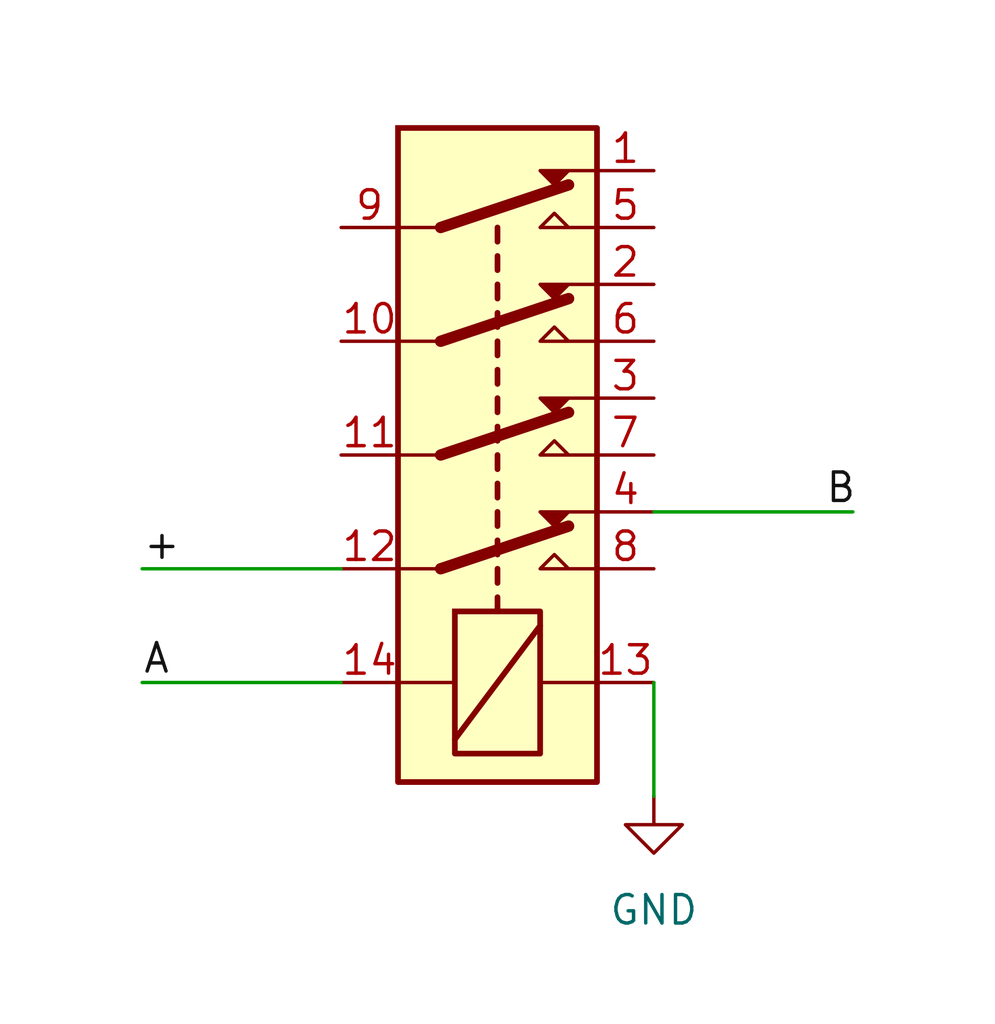
<source format=kicad_sch>
(kicad_sch (version 20250114) (generator "eeschema") (generator_version "9.0")
  (paper "User" 44.45 45.72)
  (lib_symbols
    (symbol "power:GND" (power) (pin_numbers (hide yes)) (pin_names (offset 0) (hide yes))
      (property "Value" "GND" (at 0 -3.81 0))
      (symbol "GND_0_1"
        (polyline (pts (xy 0 0) (xy 0 -1.27) (xy 1.27 -1.27) (xy 0 -2.54) (xy -1.27 -1.27) (xy 0 -1.27)))
      )
      (symbol "GND_1_1"
        (pin power_in line (at 0 0 270) (length 0) (name "~") (number "1"))
      )
    )
    (symbol "relay:4PDT"
      (property "Reference" "K" (at 5.842 6.858 0))
      (property "Value" "4PDT" (at 9.398 -24.892 0))
      (symbol "4PDT_0_1"
        (rectangle (start 5.08 5.715) (end 13.97 -23.495) (stroke (width 0.254)) (fill (type background)))
        (polyline (pts (xy 5.08 1.27) (xy 6.985 1.27)))
        (polyline (pts (xy 5.08 -3.81) (xy 6.985 -3.81)))
        (polyline (pts (xy 5.08 -8.89) (xy 6.985 -8.89)))
        (polyline (pts (xy 5.08 -13.97) (xy 6.985 -13.97)))
        (polyline (pts (xy 5.08 -19.05) (xy 7.62 -19.05)))
        (polyline (pts (xy 6.985 1.27) (xy 12.7 3.175)) (stroke (width 0.508)))
        (polyline (pts (xy 6.985 -3.81) (xy 12.7 -1.905)) (stroke (width 0.508)))
        (polyline (pts (xy 6.985 -8.89) (xy 12.7 -6.985)) (stroke (width 0.508)))
        (polyline (pts (xy 6.985 -13.97) (xy 12.7 -12.065)) (stroke (width 0.508)))
        (polyline (pts (xy 7.62 -21.59) (xy 11.43 -16.51)) (stroke (width 0.254)))
        (polyline (pts (xy 9.525 0.635) (xy 9.525 1.27)) (stroke (width 0.254)))
        (polyline (pts (xy 9.525 -0.635) (xy 9.525 0)) (stroke (width 0.254)))
        (polyline (pts (xy 9.525 -1.905) (xy 9.525 -1.27)) (stroke (width 0.254)))
        (polyline (pts (xy 9.525 -3.175) (xy 9.525 -2.54)) (stroke (width 0.254)))
        (polyline (pts (xy 9.525 -4.445) (xy 9.525 -3.81)) (stroke (width 0.254)))
        (polyline (pts (xy 9.525 -5.715) (xy 9.525 -5.08)) (stroke (width 0.254)))
        (polyline (pts (xy 9.525 -6.985) (xy 9.525 -6.35)) (stroke (width 0.254)))
        (polyline (pts (xy 9.525 -8.255) (xy 9.525 -7.62)) (stroke (width 0.254)))
        (polyline (pts (xy 9.525 -9.525) (xy 9.525 -8.89)) (stroke (width 0.254)))
        (polyline (pts (xy 9.525 -10.795) (xy 9.525 -10.16)) (stroke (width 0.254)))
        (polyline (pts (xy 9.525 -12.065) (xy 9.525 -11.43)) (stroke (width 0.254)))
        (polyline (pts (xy 9.525 -13.335) (xy 9.525 -12.7)) (stroke (width 0.254)))
        (polyline (pts (xy 9.525 -14.605) (xy 9.525 -13.97)) (stroke (width 0.254)))
        (polyline (pts (xy 9.525 -15.875) (xy 9.525 -15.24)) (stroke (width 0.254)))
        (polyline (pts (xy 11.43 -19.05) (xy 13.97 -19.05)))
        (polyline (pts (xy 13.97 3.81) (xy 11.43 3.81) (xy 12.065 3.175) (xy 12.7 3.81)) (fill (type outline)))
        (polyline (pts (xy 13.97 1.27) (xy 11.43 1.27) (xy 12.065 1.905) (xy 12.7 1.27)))
        (polyline (pts (xy 13.97 -1.27) (xy 11.43 -1.27) (xy 12.065 -1.905) (xy 12.7 -1.27)) (fill (type outline)))
        (polyline (pts (xy 13.97 -3.81) (xy 11.43 -3.81) (xy 12.065 -3.175) (xy 12.7 -3.81)))
        (polyline (pts (xy 13.97 -6.35) (xy 11.43 -6.35) (xy 12.065 -6.985) (xy 12.7 -6.35)) (fill (type outline)))
        (polyline (pts (xy 13.97 -8.89) (xy 11.43 -8.89) (xy 12.065 -8.255) (xy 12.7 -8.89)))
        (polyline (pts (xy 13.97 -11.43) (xy 11.43 -11.43) (xy 12.065 -12.065) (xy 12.7 -11.43)) (fill (type outline)))
        (polyline (pts (xy 13.97 -13.97) (xy 11.43 -13.97) (xy 12.065 -13.335) (xy 12.7 -13.97)))
      )
      (symbol "4PDT_1_1"
        (rectangle (start 11.43 -15.875) (end 7.62 -22.225) (stroke (width 0.254)))
        (pin passive line (at 2.54 1.27 0) (length 2.54) (name "") (number "9"))
        (pin passive line (at 2.54 -3.81 0) (length 2.54) (name "") (number "10"))
        (pin passive line (at 2.54 -8.89 0) (length 2.54) (name "") (number "11"))
        (pin passive line (at 2.54 -13.97 0) (length 2.54) (name "") (number "12"))
        (pin passive line (at 2.54 -19.05 0) (length 2.54) (name "") (number "14"))
        (pin passive line (at 16.51 3.81 180) (length 2.54) (name "") (number "1"))
        (pin passive line (at 16.51 1.27 180) (length 2.54) (name "") (number "5"))
        (pin passive line (at 16.51 -1.27 180) (length 2.54) (name "") (number "2"))
        (pin passive line (at 16.51 -3.81 180) (length 2.54) (name "") (number "6"))
        (pin passive line (at 16.51 -6.35 180) (length 2.54) (name "") (number "3"))
        (pin passive line (at 16.51 -8.89 180) (length 2.54) (name "") (number "7"))
        (pin passive line (at 16.51 -11.43 180) (length 2.54) (name "") (number "4"))
        (pin passive line (at 16.51 -13.97 180) (length 2.54) (name "") (number "8"))
        (pin passive line (at 16.51 -19.05 180) (length 2.54) (name "") (number "13"))
      )
    )
  )
  (wire (pts (xy 29.21 30.48) (xy 29.21 35.56)))
  (wire (pts (xy 29.21 22.86) (xy 38.1 22.86)))
  (wire (pts (xy 6.35 30.48) (xy 15.24 30.48)))
  (wire (pts (xy 6.35 25.4) (xy 15.24 25.4)))
  (label "B" (at 36.83 22.86 0))
  (label "A" (at 6.35 30.48 0))
  (label "+" (at 6.35 25.4 0))
  (symbol (lib_id "power:GND") (at 29.21 35.56 0) (unit 1)
    (property "Reference" "#PWR06" (effects (hide yes)))
    (property "Value" "GND" (at 29.21 40.64 0))
    (property "Description" "Power symbol creates a global label with name \"GND\" , ground" (effects (hide yes)))
  )
  (symbol (lib_id "relay:4PDT") (at 12.7 11.43 0) (unit 1)
    (property "Reference" "K6" (effects (hide yes)))
    (property "Value" "4PDT" (effects (hide yes)))
    (property "Footprint" "relay:MY4N socket" (effects (hide yes)))
    (property "Datasheet" "https://edata.omron.com.au/eData/Relays/J111-E1-03.pdf" (effects (hide yes)))
  )
)
</source>
